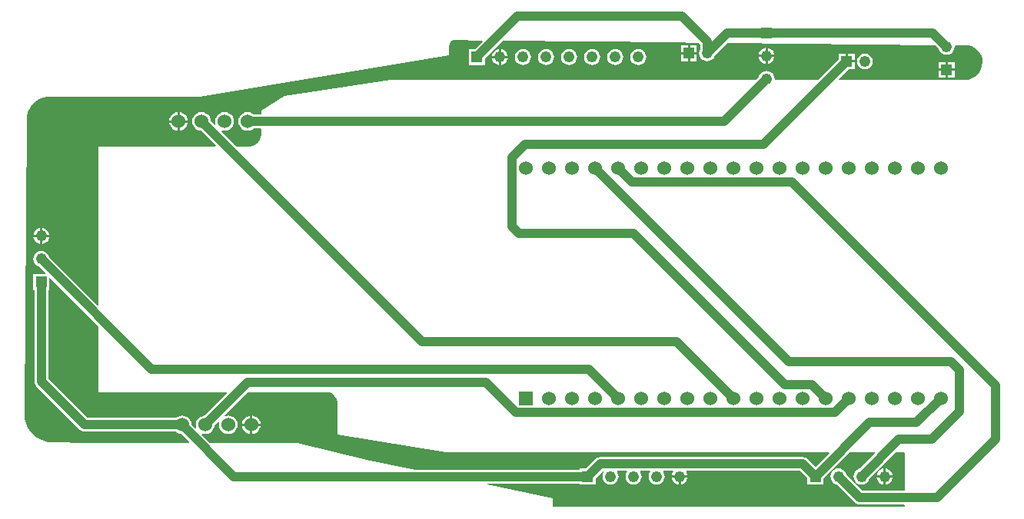
<source format=gbl>
G04*
G04 #@! TF.GenerationSoftware,Altium Limited,Altium Designer,25.2.1 (25)*
G04*
G04 Layer_Physical_Order=2*
G04 Layer_Color=16711680*
%FSLAX44Y44*%
%MOMM*%
G71*
G04*
G04 #@! TF.SameCoordinates,3AE894FB-23F7-4F01-8F5F-E61770B14ED4*
G04*
G04*
G04 #@! TF.FilePolarity,Positive*
G04*
G01*
G75*
%ADD19C,1.2192*%
%ADD20R,1.2192X1.2192*%
%ADD21C,1.0000*%
%ADD22C,1.5300*%
%ADD23C,1.2400*%
%ADD24R,1.2400X1.2400*%
%ADD25R,1.2400X1.2400*%
%ADD26R,1.5300X1.5300*%
G36*
X791490Y806431D02*
X821970Y806117D01*
X822450Y804941D01*
X814062Y796554D01*
X807338D01*
Y779074D01*
X824818D01*
Y785799D01*
X844900Y805881D01*
X1032616Y803949D01*
X1060203Y803664D01*
X1061884Y801984D01*
Y796268D01*
X1061075Y794316D01*
X1060778Y792061D01*
X1061075Y789807D01*
X1061945Y787706D01*
X1063330Y785902D01*
X1065134Y784518D01*
X1067234Y783648D01*
X1069489Y783351D01*
X1071743Y783648D01*
X1073844Y784518D01*
X1075648Y785902D01*
X1077032Y787706D01*
X1077841Y789658D01*
X1091525Y803342D01*
X1320857Y800981D01*
X1324803Y797035D01*
X1324809Y796987D01*
X1325690Y794861D01*
X1327091Y793036D01*
X1328916Y791635D01*
X1331043Y790754D01*
X1333324Y790453D01*
X1335606Y790754D01*
X1337732Y791635D01*
X1339558Y793036D01*
X1340959Y794861D01*
X1341839Y796987D01*
X1342140Y799269D01*
X1342069Y799803D01*
X1342912Y800754D01*
X1355932Y800620D01*
X1355932Y800620D01*
X1355932Y800620D01*
X1357569Y800603D01*
X1360774Y799936D01*
X1363789Y798660D01*
X1366500Y796823D01*
X1368802Y794497D01*
X1370611Y791768D01*
X1371856Y788740D01*
X1372490Y785528D01*
X1372490Y783891D01*
X1372711Y782039D01*
X1372422Y778320D01*
X1371413Y774729D01*
X1369724Y771404D01*
X1367417Y768472D01*
X1364583Y766046D01*
X1361331Y764220D01*
X1357784Y763064D01*
X1355932Y762842D01*
X1215415D01*
X1214929Y764016D01*
X1225491Y774578D01*
X1232008D01*
Y781944D01*
X1223372D01*
Y783214D01*
X1222102D01*
Y791850D01*
X1214736D01*
Y785333D01*
X1192245Y762842D01*
X1144708D01*
X1143870Y763797D01*
X1143883Y763888D01*
X1143582Y766170D01*
X1142701Y768296D01*
X1141301Y770122D01*
X1139475Y771523D01*
X1137349Y772403D01*
X1135067Y772704D01*
X1132785Y772403D01*
X1130659Y771523D01*
X1128834Y770122D01*
X1127433Y768296D01*
X1126552Y766170D01*
X1126546Y766122D01*
X1123266Y762842D01*
X720799D01*
X604287Y744797D01*
X578676Y729004D01*
X578658Y724613D01*
X570445D01*
X568756Y725908D01*
X566278Y726935D01*
X563617Y727285D01*
X560957Y726935D01*
X558478Y725908D01*
X556350Y724275D01*
X554716Y722146D01*
X553690Y719668D01*
X553340Y717008D01*
X553690Y714347D01*
X554716Y711869D01*
X556350Y709740D01*
X558478Y708107D01*
X560957Y707080D01*
X563617Y706730D01*
X566278Y707080D01*
X568756Y708107D01*
X570445Y709402D01*
X577697D01*
X578593Y708503D01*
X578573Y703443D01*
X578573Y703443D01*
X578568Y702057D01*
X578017Y699340D01*
X576949Y696783D01*
X575403Y694482D01*
X573439Y692526D01*
X571132Y690989D01*
X568570Y689931D01*
X565851Y689392D01*
X551189D01*
X534392Y706188D01*
X535112Y707264D01*
X535557Y707080D01*
X538217Y706730D01*
X540877Y707080D01*
X543356Y708107D01*
X545485Y709740D01*
X547118Y711869D01*
X548145Y714347D01*
X548495Y717008D01*
X548145Y719668D01*
X547118Y722146D01*
X545485Y724275D01*
X543356Y725908D01*
X540877Y726935D01*
X538217Y727285D01*
X535557Y726935D01*
X533078Y725908D01*
X530950Y724275D01*
X529316Y722146D01*
X528290Y719668D01*
X527939Y717008D01*
X528290Y714347D01*
X528474Y713902D01*
X527397Y713183D01*
X523023Y717557D01*
X522745Y719668D01*
X521718Y722146D01*
X520085Y724275D01*
X517956Y725908D01*
X515477Y726935D01*
X512817Y727285D01*
X510157Y726935D01*
X507678Y725908D01*
X505550Y724275D01*
X503916Y722146D01*
X502890Y719668D01*
X502539Y717008D01*
X502890Y714347D01*
X503916Y711869D01*
X505550Y709740D01*
X507678Y708107D01*
X510157Y707080D01*
X512268Y706802D01*
X528505Y690565D01*
X528019Y689392D01*
X399359D01*
Y514532D01*
X398186Y514046D01*
X344784Y567448D01*
X344778Y567496D01*
X343897Y569622D01*
X342496Y571447D01*
X340671Y572848D01*
X338545Y573729D01*
X336263Y574029D01*
X333981Y573729D01*
X331855Y572848D01*
X330030Y571447D01*
X328629Y569622D01*
X327748Y567496D01*
X327448Y565214D01*
X327748Y562932D01*
X328629Y560806D01*
X330030Y558981D01*
X331855Y557580D01*
X333981Y556699D01*
X334029Y556693D01*
X340994Y549727D01*
X340508Y548554D01*
X327523D01*
Y531074D01*
X328658D01*
Y430177D01*
X328917Y428209D01*
X329677Y426374D01*
X330885Y424799D01*
X378713Y376972D01*
X380288Y375764D01*
X382122Y375004D01*
X384090Y374745D01*
X484594D01*
X486283Y373449D01*
X488762Y372422D01*
X490872Y372144D01*
X499496Y363521D01*
X499008Y362348D01*
X387096Y362724D01*
X349229Y362851D01*
X349229Y362851D01*
X347147Y362858D01*
X343022Y363417D01*
X339006Y364511D01*
X335168Y366123D01*
X331574Y368223D01*
X328286Y370776D01*
X325361Y373738D01*
X322850Y377058D01*
X320794Y380678D01*
X319231Y384536D01*
X318187Y388565D01*
X317679Y392697D01*
X317698Y394778D01*
X320683Y720090D01*
X320683Y720090D01*
X320683Y720090D01*
X320705Y722508D01*
X321686Y727243D01*
X323567Y731698D01*
X326277Y735704D01*
X329712Y739108D01*
X333742Y741780D01*
X338214Y743621D01*
X342958Y744558D01*
X345376Y744558D01*
X511191Y744558D01*
X785657Y790050D01*
Y800658D01*
X785657Y800658D01*
X785697Y801911D01*
X786547Y803949D01*
X788191Y805575D01*
X790334Y806443D01*
X791490Y806431D01*
D02*
G37*
G36*
X399359Y491362D02*
Y418317D01*
X540374D01*
X540860Y417143D01*
X516272Y392555D01*
X514162Y392277D01*
X511683Y391251D01*
X509554Y389617D01*
X507921Y387489D01*
X506894Y385010D01*
X506544Y382350D01*
X506894Y379690D01*
X507079Y379244D01*
X506002Y378525D01*
X501628Y382899D01*
X501350Y385010D01*
X500323Y387489D01*
X498690Y389617D01*
X496561Y391251D01*
X494082Y392277D01*
X491422Y392628D01*
X488762Y392277D01*
X486283Y391251D01*
X484594Y389955D01*
X387240D01*
X343868Y433327D01*
Y531074D01*
X345003D01*
Y544059D01*
X346176Y544546D01*
X399359Y491362D01*
D02*
G37*
G36*
X650493Y418317D02*
X650493Y418317D01*
X650498D01*
X651669Y418310D01*
X653879Y417874D01*
X655994Y417006D01*
X657900Y415745D01*
X659527Y414139D01*
X660812Y412248D01*
X661706Y410144D01*
X662176Y407906D01*
X662190Y406763D01*
X662479Y383422D01*
X662626Y371585D01*
X781752Y352537D01*
X1203494Y352537D01*
X1203980Y351363D01*
X1188819Y336202D01*
X1180364Y344658D01*
X1178789Y345866D01*
X1176955Y346626D01*
X1174986Y346885D01*
X951671D01*
X949703Y346626D01*
X947868Y345866D01*
X946293Y344658D01*
X935823Y334187D01*
X929098D01*
Y333052D01*
X747956D01*
X695002Y344043D01*
X618429Y361948D01*
X522257Y362270D01*
X512997Y371530D01*
X513716Y372607D01*
X514162Y372422D01*
X516822Y372072D01*
X519482Y372422D01*
X521961Y373449D01*
X524090Y375082D01*
X525723Y377211D01*
X526750Y379690D01*
X527028Y381800D01*
X531402Y386175D01*
X532479Y385455D01*
X532294Y385010D01*
X531944Y382350D01*
X532294Y379690D01*
X533321Y377211D01*
X534954Y375082D01*
X537083Y373449D01*
X539562Y372422D01*
X542222Y372072D01*
X544882Y372422D01*
X547361Y373449D01*
X549490Y375082D01*
X551123Y377211D01*
X552150Y379690D01*
X552500Y382350D01*
X552150Y385010D01*
X551123Y387489D01*
X549490Y389617D01*
X547361Y391251D01*
X544882Y392277D01*
X542222Y392628D01*
X539562Y392277D01*
X539116Y392093D01*
X538397Y393170D01*
X563544Y418317D01*
X650493D01*
X650493Y418317D01*
D02*
G37*
G36*
X1254294Y352537D02*
X1254780Y351363D01*
X1237385Y333968D01*
X1237337Y333962D01*
X1235211Y333082D01*
X1233386Y331681D01*
X1231985Y329855D01*
X1231104Y327729D01*
X1230804Y325447D01*
X1231104Y323166D01*
X1231985Y321039D01*
X1233386Y319214D01*
X1235211Y317813D01*
X1237337Y316932D01*
X1239619Y316632D01*
X1241901Y316932D01*
X1244027Y317813D01*
X1245853Y319214D01*
X1247253Y321039D01*
X1248134Y323166D01*
X1248140Y323213D01*
X1277464Y352537D01*
X1286516D01*
X1287414Y351638D01*
X1287372Y323432D01*
X1287352Y309801D01*
X1240620D01*
X1222740Y327681D01*
X1222734Y327729D01*
X1221853Y329855D01*
X1220452Y331681D01*
X1218627Y333082D01*
X1216501Y333962D01*
X1214219Y334263D01*
X1211937Y333962D01*
X1209811Y333082D01*
X1207986Y331681D01*
X1206585Y329855D01*
X1205704Y327729D01*
X1205404Y325447D01*
X1205704Y323166D01*
X1206585Y321039D01*
X1207986Y319214D01*
X1209811Y317813D01*
X1211937Y316932D01*
X1211985Y316926D01*
X1232093Y296818D01*
X1233668Y295610D01*
X1234427Y295295D01*
X1235502Y294850D01*
X1237470Y294591D01*
X1286431D01*
X1287328Y293692D01*
X1287326Y292128D01*
X899207Y292128D01*
Y301661D01*
X827328Y316579D01*
X827458Y317842D01*
X929098D01*
Y316707D01*
X946578D01*
Y323432D01*
X954415Y331269D01*
X955031Y331194D01*
X955604Y329855D01*
X954723Y327729D01*
X954423Y325447D01*
X954723Y323166D01*
X955604Y321039D01*
X957005Y319214D01*
X958830Y317813D01*
X960956Y316932D01*
X963238Y316632D01*
X965520Y316932D01*
X967646Y317813D01*
X969472Y319214D01*
X970872Y321039D01*
X971753Y323166D01*
X972054Y325447D01*
X971753Y327729D01*
X970872Y329855D01*
X970350Y330536D01*
X970912Y331675D01*
X980965D01*
X981526Y330536D01*
X981004Y329855D01*
X980123Y327729D01*
X979823Y325447D01*
X980123Y323166D01*
X981004Y321039D01*
X982405Y319214D01*
X984230Y317813D01*
X986357Y316932D01*
X988638Y316632D01*
X990920Y316932D01*
X993046Y317813D01*
X994872Y319214D01*
X996273Y321039D01*
X997153Y323166D01*
X997454Y325447D01*
X997153Y327729D01*
X996273Y329855D01*
X995750Y330536D01*
X996312Y331675D01*
X1006365D01*
X1006926Y330536D01*
X1006404Y329855D01*
X1005523Y327729D01*
X1005223Y325447D01*
X1005523Y323166D01*
X1006404Y321039D01*
X1007805Y319214D01*
X1009630Y317813D01*
X1011757Y316932D01*
X1014038Y316632D01*
X1016320Y316932D01*
X1018446Y317813D01*
X1020272Y319214D01*
X1021673Y321039D01*
X1022553Y323166D01*
X1022853Y325447D01*
X1022553Y327729D01*
X1021673Y329855D01*
X1021150Y330536D01*
X1021712Y331675D01*
X1031765D01*
X1032326Y330536D01*
X1031804Y329855D01*
X1030923Y327729D01*
X1030790Y326717D01*
X1048086D01*
X1047953Y327729D01*
X1047073Y329855D01*
X1046550Y330536D01*
X1047112Y331675D01*
X1171836D01*
X1180079Y323432D01*
Y316707D01*
X1197559D01*
Y323432D01*
X1226664Y352537D01*
X1254294D01*
D02*
G37*
%LPC*%
G36*
X1058313Y800697D02*
X1050947D01*
Y793331D01*
X1058313D01*
Y800697D01*
D02*
G37*
G36*
X1048407D02*
X1041041D01*
Y793331D01*
X1048407D01*
Y800697D01*
D02*
G37*
G36*
X1136337Y797936D02*
Y790558D01*
X1143715D01*
X1143582Y791570D01*
X1142701Y793696D01*
X1141301Y795522D01*
X1139475Y796923D01*
X1137349Y797803D01*
X1136337Y797936D01*
D02*
G37*
G36*
X1133797D02*
X1132785Y797803D01*
X1130659Y796923D01*
X1128834Y795522D01*
X1127433Y793696D01*
X1126552Y791570D01*
X1126419Y790558D01*
X1133797D01*
Y797936D01*
D02*
G37*
G36*
X842748Y796462D02*
Y789084D01*
X850126D01*
X849993Y790096D01*
X849112Y792222D01*
X847711Y794047D01*
X845885Y795448D01*
X843759Y796329D01*
X842748Y796462D01*
D02*
G37*
G36*
X840208D02*
X839196Y796329D01*
X837070Y795448D01*
X835244Y794047D01*
X833843Y792222D01*
X832963Y790096D01*
X832829Y789084D01*
X840208D01*
Y796462D01*
D02*
G37*
G36*
X1232008Y791850D02*
X1224642D01*
Y784484D01*
X1232008D01*
Y791850D01*
D02*
G37*
G36*
X1058313Y790791D02*
X1050947D01*
Y783425D01*
X1058313D01*
Y790791D01*
D02*
G37*
G36*
X1048407D02*
X1041041D01*
Y783425D01*
X1048407D01*
Y790791D01*
D02*
G37*
G36*
X1143715Y788018D02*
X1136337D01*
Y780640D01*
X1137349Y780773D01*
X1139475Y781654D01*
X1141301Y783055D01*
X1142701Y784881D01*
X1143582Y787007D01*
X1143715Y788018D01*
D02*
G37*
G36*
X1133797D02*
X1126419D01*
X1126552Y787007D01*
X1127433Y784881D01*
X1128834Y783055D01*
X1130659Y781654D01*
X1132785Y780773D01*
X1133797Y780640D01*
Y788018D01*
D02*
G37*
G36*
X850126Y786544D02*
X842748D01*
Y779166D01*
X843759Y779299D01*
X845885Y780180D01*
X847711Y781581D01*
X849112Y783406D01*
X849993Y785532D01*
X850126Y786544D01*
D02*
G37*
G36*
X840208D02*
X832829D01*
X832963Y785532D01*
X833843Y783406D01*
X835244Y781581D01*
X837070Y780180D01*
X839196Y779299D01*
X840208Y779166D01*
Y786544D01*
D02*
G37*
G36*
X993878Y796629D02*
X991596Y796329D01*
X989470Y795448D01*
X987644Y794047D01*
X986243Y792222D01*
X985363Y790096D01*
X985062Y787814D01*
X985363Y785532D01*
X986243Y783406D01*
X987644Y781581D01*
X989470Y780180D01*
X991596Y779299D01*
X993878Y778999D01*
X996159Y779299D01*
X998285Y780180D01*
X1000111Y781581D01*
X1001512Y783406D01*
X1002393Y785532D01*
X1002693Y787814D01*
X1002393Y790096D01*
X1001512Y792222D01*
X1000111Y794047D01*
X998285Y795448D01*
X996159Y796329D01*
X993878Y796629D01*
D02*
G37*
G36*
X968478D02*
X966196Y796329D01*
X964070Y795448D01*
X962244Y794047D01*
X960843Y792222D01*
X959963Y790096D01*
X959662Y787814D01*
X959963Y785532D01*
X960843Y783406D01*
X962244Y781581D01*
X964070Y780180D01*
X966196Y779299D01*
X968478Y778999D01*
X970759Y779299D01*
X972885Y780180D01*
X974711Y781581D01*
X976112Y783406D01*
X976993Y785532D01*
X977293Y787814D01*
X976993Y790096D01*
X976112Y792222D01*
X974711Y794047D01*
X972885Y795448D01*
X970759Y796329D01*
X968478Y796629D01*
D02*
G37*
G36*
X943078D02*
X940796Y796329D01*
X938670Y795448D01*
X936844Y794047D01*
X935443Y792222D01*
X934563Y790096D01*
X934262Y787814D01*
X934563Y785532D01*
X935443Y783406D01*
X936844Y781581D01*
X938670Y780180D01*
X940796Y779299D01*
X943078Y778999D01*
X945359Y779299D01*
X947485Y780180D01*
X949311Y781581D01*
X950712Y783406D01*
X951593Y785532D01*
X951893Y787814D01*
X951593Y790096D01*
X950712Y792222D01*
X949311Y794047D01*
X947485Y795448D01*
X945359Y796329D01*
X943078Y796629D01*
D02*
G37*
G36*
X917678D02*
X915396Y796329D01*
X913270Y795448D01*
X911444Y794047D01*
X910043Y792222D01*
X909163Y790096D01*
X908862Y787814D01*
X909163Y785532D01*
X910043Y783406D01*
X911444Y781581D01*
X913270Y780180D01*
X915396Y779299D01*
X917678Y778999D01*
X919959Y779299D01*
X922085Y780180D01*
X923911Y781581D01*
X925312Y783406D01*
X926193Y785532D01*
X926493Y787814D01*
X926193Y790096D01*
X925312Y792222D01*
X923911Y794047D01*
X922085Y795448D01*
X919959Y796329D01*
X917678Y796629D01*
D02*
G37*
G36*
X892278D02*
X889996Y796329D01*
X887870Y795448D01*
X886044Y794047D01*
X884643Y792222D01*
X883763Y790096D01*
X883462Y787814D01*
X883763Y785532D01*
X884643Y783406D01*
X886044Y781581D01*
X887870Y780180D01*
X889996Y779299D01*
X892278Y778999D01*
X894559Y779299D01*
X896685Y780180D01*
X898511Y781581D01*
X899912Y783406D01*
X900793Y785532D01*
X901093Y787814D01*
X900793Y790096D01*
X899912Y792222D01*
X898511Y794047D01*
X896685Y795448D01*
X894559Y796329D01*
X892278Y796629D01*
D02*
G37*
G36*
X866878D02*
X864596Y796329D01*
X862470Y795448D01*
X860644Y794047D01*
X859243Y792222D01*
X858363Y790096D01*
X858062Y787814D01*
X858363Y785532D01*
X859243Y783406D01*
X860644Y781581D01*
X862470Y780180D01*
X864596Y779299D01*
X866878Y778999D01*
X869159Y779299D01*
X871285Y780180D01*
X873111Y781581D01*
X874512Y783406D01*
X875393Y785532D01*
X875693Y787814D01*
X875393Y790096D01*
X874512Y792222D01*
X873111Y794047D01*
X871285Y795448D01*
X869159Y796329D01*
X866878Y796629D01*
D02*
G37*
G36*
X1342064Y782609D02*
X1334594D01*
Y775139D01*
X1342064D01*
Y782609D01*
D02*
G37*
G36*
X1332054D02*
X1324584D01*
Y775139D01*
X1332054D01*
Y782609D01*
D02*
G37*
G36*
X1243184Y791925D02*
X1240930Y791628D01*
X1238829Y790758D01*
X1237025Y789373D01*
X1235641Y787569D01*
X1234771Y785469D01*
X1234474Y783214D01*
X1234771Y780960D01*
X1235641Y778859D01*
X1237025Y777055D01*
X1238829Y775670D01*
X1240930Y774800D01*
X1243184Y774504D01*
X1245439Y774800D01*
X1247540Y775670D01*
X1249343Y777055D01*
X1250728Y778859D01*
X1251598Y780960D01*
X1251895Y783214D01*
X1251598Y785469D01*
X1250728Y787569D01*
X1249343Y789373D01*
X1247540Y790758D01*
X1245439Y791628D01*
X1243184Y791925D01*
D02*
G37*
G36*
X1342064Y772599D02*
X1334594D01*
Y765129D01*
X1342064D01*
Y772599D01*
D02*
G37*
G36*
X1332054D02*
X1324584D01*
Y765129D01*
X1332054D01*
Y772599D01*
D02*
G37*
G36*
X488687Y727118D02*
Y718278D01*
X497528D01*
X497345Y719668D01*
X496318Y722146D01*
X494685Y724275D01*
X492556Y725908D01*
X490078Y726935D01*
X488687Y727118D01*
D02*
G37*
G36*
X486147D02*
X484757Y726935D01*
X482278Y725908D01*
X480150Y724275D01*
X478516Y722146D01*
X477490Y719668D01*
X477307Y718278D01*
X486147D01*
Y727118D01*
D02*
G37*
G36*
X497528Y715738D02*
X488687D01*
Y706897D01*
X490078Y707080D01*
X492556Y708107D01*
X494685Y709740D01*
X496318Y711869D01*
X497345Y714347D01*
X497528Y715738D01*
D02*
G37*
G36*
X486147D02*
X477307D01*
X477490Y714347D01*
X478516Y711869D01*
X480150Y709740D01*
X482278Y708107D01*
X484757Y707080D01*
X486147Y706897D01*
Y715738D01*
D02*
G37*
G36*
X337533Y599262D02*
Y591884D01*
X344911D01*
X344778Y592896D01*
X343897Y595022D01*
X342496Y596847D01*
X340671Y598248D01*
X338545Y599129D01*
X337533Y599262D01*
D02*
G37*
G36*
X334993D02*
X333981Y599129D01*
X331855Y598248D01*
X330030Y596847D01*
X328629Y595022D01*
X327748Y592896D01*
X327615Y591884D01*
X334993D01*
Y599262D01*
D02*
G37*
G36*
X344911Y589344D02*
X337533D01*
Y581966D01*
X338545Y582099D01*
X340671Y582980D01*
X342496Y584381D01*
X343897Y586206D01*
X344778Y588332D01*
X344911Y589344D01*
D02*
G37*
G36*
X334993D02*
X327615D01*
X327748Y588332D01*
X328629Y586206D01*
X330030Y584381D01*
X331855Y582980D01*
X333981Y582099D01*
X334993Y581966D01*
Y589344D01*
D02*
G37*
G36*
X568892Y392461D02*
Y383620D01*
X577733D01*
X577550Y385010D01*
X576523Y387489D01*
X574890Y389617D01*
X572761Y391251D01*
X570282Y392277D01*
X568892Y392461D01*
D02*
G37*
G36*
X566352D02*
X564962Y392277D01*
X562483Y391251D01*
X560354Y389617D01*
X558721Y387489D01*
X557694Y385010D01*
X557511Y383620D01*
X566352D01*
Y392461D01*
D02*
G37*
G36*
X577733Y381080D02*
X568892D01*
Y372239D01*
X570282Y372422D01*
X572761Y373449D01*
X574890Y375082D01*
X576523Y377211D01*
X577550Y379690D01*
X577733Y381080D01*
D02*
G37*
G36*
X566352D02*
X557511D01*
X557694Y379690D01*
X558721Y377211D01*
X560354Y375082D01*
X562483Y373449D01*
X564962Y372422D01*
X566352Y372239D01*
Y381080D01*
D02*
G37*
G36*
X1266289Y334095D02*
Y326717D01*
X1273667D01*
X1273534Y327729D01*
X1272653Y329855D01*
X1271253Y331681D01*
X1269427Y333082D01*
X1267301Y333962D01*
X1266289Y334095D01*
D02*
G37*
G36*
X1263749D02*
X1262738Y333962D01*
X1260611Y333082D01*
X1258786Y331681D01*
X1257385Y329855D01*
X1256504Y327729D01*
X1256371Y326717D01*
X1263749D01*
Y334095D01*
D02*
G37*
G36*
X1273667Y324177D02*
X1266289D01*
Y316799D01*
X1267301Y316932D01*
X1269427Y317813D01*
X1271253Y319214D01*
X1272653Y321039D01*
X1273534Y323166D01*
X1273667Y324177D01*
D02*
G37*
G36*
X1263749D02*
X1256371D01*
X1256504Y323166D01*
X1257385Y321039D01*
X1258786Y319214D01*
X1260611Y317813D01*
X1262738Y316932D01*
X1263749Y316799D01*
Y324177D01*
D02*
G37*
G36*
X1048086D02*
X1040708D01*
Y316799D01*
X1041720Y316932D01*
X1043846Y317813D01*
X1045672Y319214D01*
X1047073Y321039D01*
X1047953Y323166D01*
X1048086Y324177D01*
D02*
G37*
G36*
X1038168D02*
X1030790D01*
X1030923Y323166D01*
X1031804Y321039D01*
X1033205Y319214D01*
X1035030Y317813D01*
X1037157Y316932D01*
X1038168Y316799D01*
Y324177D01*
D02*
G37*
%LPD*%
D19*
X1243184Y783214D02*
D03*
X1069489Y792061D02*
D03*
D20*
X1223372Y783214D02*
D03*
X1049677Y792061D02*
D03*
D21*
X563617Y717008D02*
X1088186D01*
X1135067Y763888D01*
X512817Y717008D02*
X755735Y474090D01*
X1035789D01*
X1098277Y411601D01*
X1239619Y325447D02*
X1280837Y366665D01*
X1317187D01*
X1347500Y396979D01*
Y442616D01*
X1338324Y451792D02*
X1347500Y442616D01*
X1159686Y451792D02*
X1338324D01*
X945877Y665601D02*
X1159686Y451792D01*
X1184569Y426910D02*
X1199877Y411601D01*
X1155476Y426910D02*
X1184569D01*
X988598Y593788D02*
X1155476Y426910D01*
X862106Y593788D02*
X988598D01*
X854486Y601408D02*
X862106Y593788D01*
X854486Y601408D02*
Y677100D01*
X868710Y691324D01*
X1131482D01*
X1223372Y783214D01*
X336263Y430177D02*
Y539814D01*
Y430177D02*
X384090Y382350D01*
X491422D01*
X548325Y325447D01*
X937838D01*
X951671Y339280D01*
X1174986D01*
X1188819Y325447D01*
X1248376Y385004D01*
X1300280D01*
X1326877Y411601D01*
X816078Y787814D02*
X860981Y832717D01*
X1041906D01*
X1069489Y805134D01*
Y792061D02*
Y805134D01*
Y792061D02*
X1092116Y814688D01*
X1135067D01*
X1317905D01*
X1333324Y799269D01*
X516822Y382350D02*
X563772Y429300D01*
X826016D01*
X858904Y396411D01*
X1210087D01*
X1225277Y411601D01*
X336263Y565214D02*
X457967Y443510D01*
X939369D01*
X971277Y411601D01*
Y665601D02*
X986703Y650176D01*
X1162588D01*
X1387097Y425667D01*
Y366685D02*
Y425667D01*
X1322608Y302196D02*
X1387097Y366685D01*
X1237470Y302196D02*
X1322608D01*
X1214219Y325447D02*
X1237470Y302196D01*
D22*
X516822Y382350D02*
D03*
X542222D02*
D03*
X567622D02*
D03*
X491422D02*
D03*
X869677Y665601D02*
D03*
X895077D02*
D03*
X920477D02*
D03*
X945877D02*
D03*
X971277D02*
D03*
X996677D02*
D03*
X1022077D02*
D03*
X1047477D02*
D03*
X1072877D02*
D03*
X1098277D02*
D03*
X1123677D02*
D03*
X1149077D02*
D03*
X1174477D02*
D03*
X1199877D02*
D03*
X1225277D02*
D03*
X1250677D02*
D03*
X1276077D02*
D03*
X1301477D02*
D03*
X1326877D02*
D03*
Y411601D02*
D03*
X1301477D02*
D03*
X1276077D02*
D03*
X1250677D02*
D03*
X1225277D02*
D03*
X1199877D02*
D03*
X1174477D02*
D03*
X1149077D02*
D03*
X1123677D02*
D03*
X1098277D02*
D03*
X1072877D02*
D03*
X1047477D02*
D03*
X1022077D02*
D03*
X996677D02*
D03*
X971277D02*
D03*
X945877D02*
D03*
X920477D02*
D03*
X895077D02*
D03*
X563617Y717008D02*
D03*
X487417D02*
D03*
X512817D02*
D03*
X538217D02*
D03*
D23*
X993878Y787814D02*
D03*
X968478D02*
D03*
X943078D02*
D03*
X917678D02*
D03*
X892278D02*
D03*
X866878D02*
D03*
X841478D02*
D03*
X1039438Y325447D02*
D03*
X1014038D02*
D03*
X963238D02*
D03*
X988638D02*
D03*
X1265019D02*
D03*
X1239619D02*
D03*
X1214219D02*
D03*
X336263Y590614D02*
D03*
Y565214D02*
D03*
X1333324Y799269D02*
D03*
X1135067Y789288D02*
D03*
Y763888D02*
D03*
D24*
X816078Y787814D02*
D03*
X937838Y325447D02*
D03*
X1188819D02*
D03*
D25*
X336263Y539814D02*
D03*
X1333324Y773869D02*
D03*
X1135067Y814688D02*
D03*
D26*
X869677Y411601D02*
D03*
M02*

</source>
